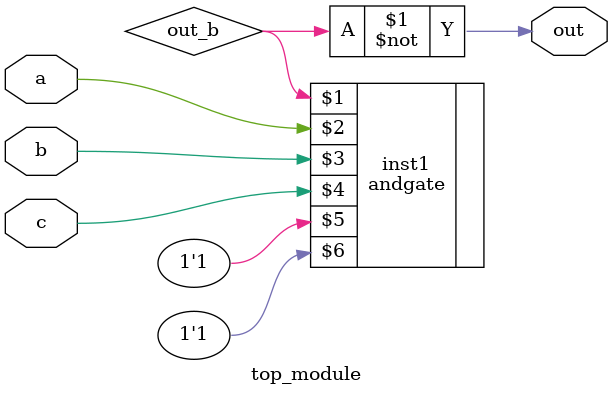
<source format=v>
module top_module (input a, input b, input c, output out);//
	wire out_b;
    assign out = ~out_b;
    andgate inst1 ( out_b, a, b, c, 1'b1, 1'b1);

endmodule

</source>
